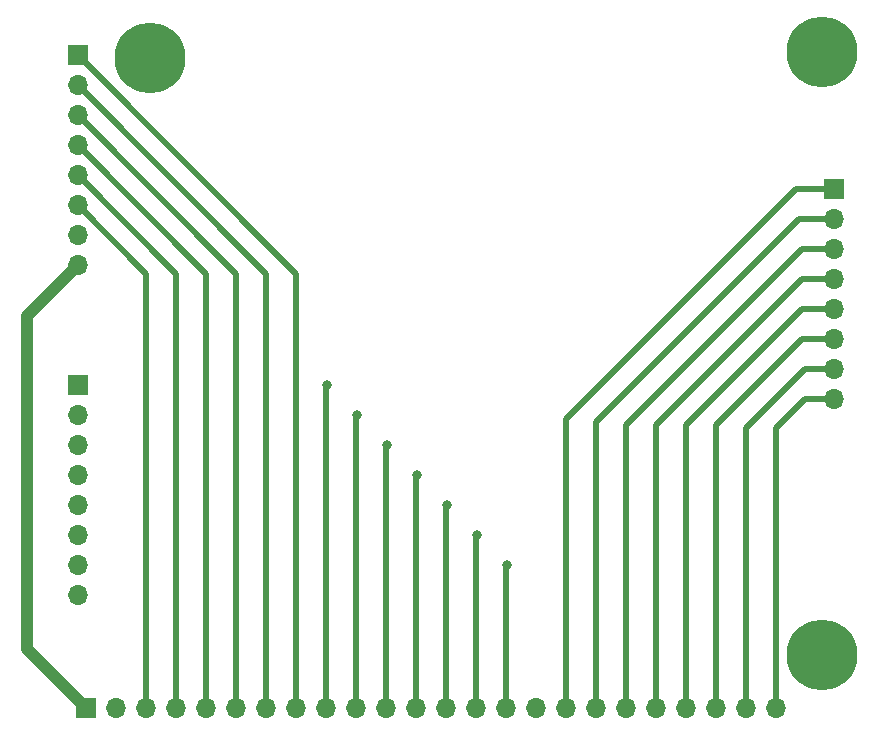
<source format=gbr>
%TF.GenerationSoftware,KiCad,Pcbnew,(6.0.0-0)*%
%TF.CreationDate,2022-10-19T23:34:27-04:00*%
%TF.ProjectId,Backplane-Interrupt-Handler,4261636b-706c-4616-9e65-2d496e746572,rev?*%
%TF.SameCoordinates,Original*%
%TF.FileFunction,Copper,L1,Top*%
%TF.FilePolarity,Positive*%
%FSLAX46Y46*%
G04 Gerber Fmt 4.6, Leading zero omitted, Abs format (unit mm)*
G04 Created by KiCad (PCBNEW (6.0.0-0)) date 2022-10-19 23:34:27*
%MOMM*%
%LPD*%
G01*
G04 APERTURE LIST*
%TA.AperFunction,ComponentPad*%
%ADD10C,0.800000*%
%TD*%
%TA.AperFunction,ComponentPad*%
%ADD11C,6.000000*%
%TD*%
%TA.AperFunction,ComponentPad*%
%ADD12R,1.700000X1.700000*%
%TD*%
%TA.AperFunction,ComponentPad*%
%ADD13O,1.700000X1.700000*%
%TD*%
%TA.AperFunction,ViaPad*%
%ADD14C,0.800000*%
%TD*%
%TA.AperFunction,Conductor*%
%ADD15C,0.500000*%
%TD*%
%TA.AperFunction,Conductor*%
%ADD16C,1.000000*%
%TD*%
G04 APERTURE END LIST*
D10*
%TO.P,REF\u002A\u002A,1*%
%TO.N,N/C*%
X171383010Y-65852990D03*
X174564990Y-62671010D03*
X172974000Y-62012000D03*
D11*
X172974000Y-64262000D03*
D10*
X174564990Y-65852990D03*
X172974000Y-66512000D03*
X175224000Y-64262000D03*
X170724000Y-64262000D03*
X171383010Y-62671010D03*
%TD*%
%TO.P,REF\u002A\u002A,1*%
%TO.N,N/C*%
X171383010Y-116906990D03*
X174564990Y-113725010D03*
X172974000Y-113066000D03*
D11*
X172974000Y-115316000D03*
D10*
X174564990Y-116906990D03*
X172974000Y-117566000D03*
X175224000Y-115316000D03*
X170724000Y-115316000D03*
X171383010Y-113725010D03*
%TD*%
D12*
%TO.P,J3,1,Pin_1*%
%TO.N,BUS7*%
X109962000Y-92391000D03*
D13*
%TO.P,J3,2,Pin_2*%
%TO.N,BUS6*%
X109962000Y-94931000D03*
%TO.P,J3,3,Pin_3*%
%TO.N,BUS5*%
X109962000Y-97471000D03*
%TO.P,J3,4,Pin_4*%
%TO.N,BUS4*%
X109962000Y-100011000D03*
%TO.P,J3,5,Pin_5*%
%TO.N,BUS3*%
X109962000Y-102551000D03*
%TO.P,J3,6,Pin_6*%
%TO.N,BUS2*%
X109962000Y-105091000D03*
%TO.P,J3,7,Pin_7*%
%TO.N,BUS1*%
X109962000Y-107631000D03*
%TO.P,J3,8,Pin_8*%
%TO.N,BUS0*%
X109962000Y-110171000D03*
%TD*%
D12*
%TO.P,J2,1,Pin_1*%
%TO.N,VCC*%
X110704000Y-119806000D03*
D13*
%TO.P,J2,2,Pin_2*%
%TO.N,GND*%
X113244000Y-119806000D03*
%TO.P,J2,3,Pin_3*%
%TO.N,CLOCK*%
X115784000Y-119806000D03*
%TO.P,J2,4,Pin_4*%
%TO.N,~{EN}*%
X118324000Y-119806000D03*
%TO.P,J2,5,Pin_5*%
%TO.N,REG_SEL*%
X120864000Y-119806000D03*
%TO.P,J2,6,Pin_6*%
%TO.N,~{READ}*%
X123404000Y-119806000D03*
%TO.P,J2,7,Pin_7*%
%TO.N,~{WRITE}*%
X125944000Y-119806000D03*
%TO.P,J2,8,Pin_8*%
%TO.N,~{IREQ}*%
X128484000Y-119806000D03*
%TO.P,J2,9,Pin_9*%
%TO.N,BUS7*%
X131024000Y-119806000D03*
%TO.P,J2,10,Pin_10*%
%TO.N,BUS6*%
X133564000Y-119806000D03*
%TO.P,J2,11,Pin_11*%
%TO.N,BUS5*%
X136104000Y-119806000D03*
%TO.P,J2,12,Pin_12*%
%TO.N,BUS4*%
X138644000Y-119806000D03*
%TO.P,J2,13,Pin_13*%
%TO.N,BUS3*%
X141184000Y-119806000D03*
%TO.P,J2,14,Pin_14*%
%TO.N,BUS2*%
X143724000Y-119806000D03*
%TO.P,J2,15,Pin_15*%
%TO.N,BUS1*%
X146264000Y-119806000D03*
%TO.P,J2,16,Pin_16*%
%TO.N,BUS0*%
X148804000Y-119806000D03*
%TO.P,J2,17,Pin_17*%
%TO.N,~{IRQ7}*%
X151344000Y-119806000D03*
%TO.P,J2,18,Pin_18*%
%TO.N,~{IRQ6}*%
X153884000Y-119806000D03*
%TO.P,J2,19,Pin_19*%
%TO.N,~{IRQ5}*%
X156424000Y-119806000D03*
%TO.P,J2,20,Pin_20*%
%TO.N,~{IRQ4}*%
X158964000Y-119806000D03*
%TO.P,J2,21,Pin_21*%
%TO.N,~{IRQ3}*%
X161504000Y-119806000D03*
%TO.P,J2,22,Pin_22*%
%TO.N,~{IRQ2}*%
X164044000Y-119806000D03*
%TO.P,J2,23,Pin_23*%
%TO.N,~{IRQ1}*%
X166584000Y-119806000D03*
%TO.P,J2,24,Pin_24*%
%TO.N,~{IRQ0}*%
X169124000Y-119806000D03*
%TD*%
D12*
%TO.P,J1,1,Pin_1*%
%TO.N,~{IREQ}*%
X109962000Y-64516000D03*
D13*
%TO.P,J1,2,Pin_2*%
%TO.N,~{WRITE}*%
X109962000Y-67056000D03*
%TO.P,J1,3,Pin_3*%
%TO.N,~{READ}*%
X109962000Y-69596000D03*
%TO.P,J1,4,Pin_4*%
%TO.N,REG_SEL*%
X109962000Y-72136000D03*
%TO.P,J1,5,Pin_5*%
%TO.N,~{EN}*%
X109962000Y-74676000D03*
%TO.P,J1,6,Pin_6*%
%TO.N,CLOCK*%
X109962000Y-77216000D03*
%TO.P,J1,7,Pin_7*%
%TO.N,GND*%
X109962000Y-79756000D03*
%TO.P,J1,8,Pin_8*%
%TO.N,VCC*%
X109962000Y-82296000D03*
%TD*%
D10*
%TO.P,REF\u002A\u002A,1*%
%TO.N,N/C*%
X114487010Y-66360990D03*
X117668990Y-63179010D03*
X116078000Y-62520000D03*
D11*
X116078000Y-64770000D03*
D10*
X117668990Y-66360990D03*
X116078000Y-67020000D03*
X118328000Y-64770000D03*
X113828000Y-64770000D03*
X114487010Y-63179010D03*
%TD*%
D12*
%TO.P,J4,1,Pin_1*%
%TO.N,~{IRQ7}*%
X174040000Y-75831000D03*
D13*
%TO.P,J4,2,Pin_2*%
%TO.N,~{IRQ6}*%
X174040000Y-78371000D03*
%TO.P,J4,3,Pin_3*%
%TO.N,~{IRQ5}*%
X174040000Y-80911000D03*
%TO.P,J4,4,Pin_4*%
%TO.N,~{IRQ4}*%
X174040000Y-83451000D03*
%TO.P,J4,5,Pin_5*%
%TO.N,~{IRQ3}*%
X174040000Y-85991000D03*
%TO.P,J4,6,Pin_6*%
%TO.N,~{IRQ2}*%
X174040000Y-88531000D03*
%TO.P,J4,7,Pin_7*%
%TO.N,~{IRQ1}*%
X174040000Y-91071000D03*
%TO.P,J4,8,Pin_8*%
%TO.N,~{IRQ0}*%
X174040000Y-93611000D03*
%TD*%
D14*
%TO.N,BUS7*%
X131064000Y-92456000D03*
%TO.N,BUS6*%
X133604000Y-94996000D03*
%TO.N,BUS5*%
X136144000Y-97536000D03*
%TO.N,BUS4*%
X138684000Y-100076000D03*
%TO.N,BUS3*%
X141224000Y-102616000D03*
%TO.N,BUS2*%
X143764000Y-105156000D03*
%TO.N,BUS1*%
X146304000Y-107696000D03*
%TD*%
D15*
%TO.N,~{IREQ}*%
X109962000Y-64516000D02*
X128484000Y-83038000D01*
X128484000Y-83038000D02*
X128484000Y-119806000D01*
%TO.N,~{WRITE}*%
X109962000Y-67056000D02*
X125944000Y-83038000D01*
X125944000Y-83038000D02*
X125944000Y-119806000D01*
%TO.N,~{READ}*%
X123404000Y-83038000D02*
X123404000Y-119806000D01*
X109962000Y-69596000D02*
X123404000Y-83038000D01*
%TO.N,REG_SEL*%
X109962000Y-72136000D02*
X120864000Y-83038000D01*
X120864000Y-83038000D02*
X120864000Y-119806000D01*
%TO.N,~{EN}*%
X109962000Y-74676000D02*
X118324000Y-83038000D01*
X118324000Y-83038000D02*
X118324000Y-119806000D01*
%TO.N,CLOCK*%
X115784000Y-83038000D02*
X115784000Y-119806000D01*
X109962000Y-77216000D02*
X115784000Y-83038000D01*
D16*
%TO.N,VCC*%
X105664000Y-114808000D02*
X105664000Y-86594000D01*
X110704000Y-119806000D02*
X110662000Y-119806000D01*
X105664000Y-86594000D02*
X109962000Y-82296000D01*
X110662000Y-119806000D02*
X105664000Y-114808000D01*
D15*
%TO.N,BUS7*%
X131024000Y-92496000D02*
X131064000Y-92456000D01*
X131024000Y-119806000D02*
X131024000Y-92496000D01*
%TO.N,BUS6*%
X133604000Y-94996000D02*
X133564000Y-95036000D01*
X133564000Y-95036000D02*
X133564000Y-119806000D01*
%TO.N,BUS5*%
X136104000Y-119806000D02*
X136104000Y-97576000D01*
X136104000Y-97576000D02*
X136144000Y-97536000D01*
%TO.N,BUS4*%
X138644000Y-100116000D02*
X138644000Y-119806000D01*
X138684000Y-100076000D02*
X138644000Y-100116000D01*
%TO.N,BUS3*%
X141184000Y-102656000D02*
X141224000Y-102616000D01*
X141184000Y-119806000D02*
X141184000Y-102656000D01*
%TO.N,BUS2*%
X143724000Y-105196000D02*
X143764000Y-105156000D01*
X143724000Y-119806000D02*
X143724000Y-105196000D01*
%TO.N,BUS1*%
X146264000Y-107736000D02*
X146304000Y-107696000D01*
X146264000Y-119806000D02*
X146264000Y-107736000D01*
%TO.N,~{IRQ7}*%
X151344000Y-95290000D02*
X170803000Y-75831000D01*
X151344000Y-119806000D02*
X151344000Y-95290000D01*
X170803000Y-75831000D02*
X174040000Y-75831000D01*
%TO.N,~{IRQ6}*%
X153884000Y-95544000D02*
X171057000Y-78371000D01*
X153884000Y-119806000D02*
X153884000Y-95544000D01*
X171057000Y-78371000D02*
X174040000Y-78371000D01*
%TO.N,~{IRQ5}*%
X156424000Y-119806000D02*
X156424000Y-95798000D01*
X171311000Y-80911000D02*
X174040000Y-80911000D01*
X156424000Y-95798000D02*
X171311000Y-80911000D01*
%TO.N,~{IRQ4}*%
X158964000Y-119806000D02*
X158964000Y-95798000D01*
X171311000Y-83451000D02*
X174040000Y-83451000D01*
X158964000Y-95798000D02*
X171311000Y-83451000D01*
%TO.N,~{IRQ3}*%
X171311000Y-85991000D02*
X174040000Y-85991000D01*
X161504000Y-119806000D02*
X161504000Y-95798000D01*
X161504000Y-95798000D02*
X171311000Y-85991000D01*
%TO.N,~{IRQ2}*%
X164044000Y-95798000D02*
X171311000Y-88531000D01*
X164044000Y-119806000D02*
X164044000Y-95798000D01*
X171311000Y-88531000D02*
X174040000Y-88531000D01*
%TO.N,~{IRQ1}*%
X171565000Y-91071000D02*
X174040000Y-91071000D01*
X166584000Y-96052000D02*
X171565000Y-91071000D01*
X166584000Y-119806000D02*
X166584000Y-96052000D01*
%TO.N,~{IRQ0}*%
X171565000Y-93611000D02*
X174040000Y-93611000D01*
X169124000Y-96052000D02*
X171565000Y-93611000D01*
X169124000Y-119806000D02*
X169124000Y-96052000D01*
%TD*%
M02*

</source>
